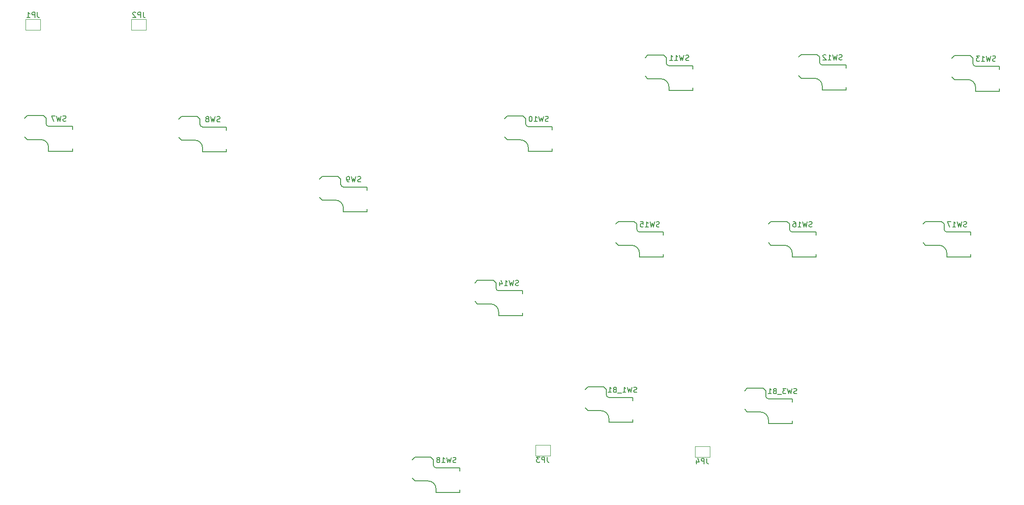
<source format=gbo>
%TF.GenerationSoftware,KiCad,Pcbnew,7.0.5*%
%TF.CreationDate,2023-08-12T18:11:27-04:00*%
%TF.ProjectId,Flatbox-rev5B,466c6174-626f-4782-9d72-657635422e6b,rev?*%
%TF.SameCoordinates,Original*%
%TF.FileFunction,Legend,Bot*%
%TF.FilePolarity,Positive*%
%FSLAX46Y46*%
G04 Gerber Fmt 4.6, Leading zero omitted, Abs format (unit mm)*
G04 Created by KiCad (PCBNEW 7.0.5) date 2023-08-12 18:11:27*
%MOMM*%
%LPD*%
G01*
G04 APERTURE LIST*
%ADD10C,0.150000*%
%ADD11C,0.120000*%
%ADD12C,1.701800*%
%ADD13C,3.000000*%
%ADD14C,3.429000*%
%ADD15R,2.600000X2.600000*%
%ADD16C,2.032000*%
%ADD17C,6.400000*%
%ADD18C,2.000000*%
%ADD19R,1.000000X1.500000*%
G04 APERTURE END LIST*
D10*
X93098332Y-57957200D02*
X92955475Y-58004819D01*
X92955475Y-58004819D02*
X92717380Y-58004819D01*
X92717380Y-58004819D02*
X92622142Y-57957200D01*
X92622142Y-57957200D02*
X92574523Y-57909580D01*
X92574523Y-57909580D02*
X92526904Y-57814342D01*
X92526904Y-57814342D02*
X92526904Y-57719104D01*
X92526904Y-57719104D02*
X92574523Y-57623866D01*
X92574523Y-57623866D02*
X92622142Y-57576247D01*
X92622142Y-57576247D02*
X92717380Y-57528628D01*
X92717380Y-57528628D02*
X92907856Y-57481009D01*
X92907856Y-57481009D02*
X93003094Y-57433390D01*
X93003094Y-57433390D02*
X93050713Y-57385771D01*
X93050713Y-57385771D02*
X93098332Y-57290533D01*
X93098332Y-57290533D02*
X93098332Y-57195295D01*
X93098332Y-57195295D02*
X93050713Y-57100057D01*
X93050713Y-57100057D02*
X93003094Y-57052438D01*
X93003094Y-57052438D02*
X92907856Y-57004819D01*
X92907856Y-57004819D02*
X92669761Y-57004819D01*
X92669761Y-57004819D02*
X92526904Y-57052438D01*
X92193570Y-57004819D02*
X91955475Y-58004819D01*
X91955475Y-58004819D02*
X91764999Y-57290533D01*
X91764999Y-57290533D02*
X91574523Y-58004819D01*
X91574523Y-58004819D02*
X91336428Y-57004819D01*
X90812618Y-57433390D02*
X90907856Y-57385771D01*
X90907856Y-57385771D02*
X90955475Y-57338152D01*
X90955475Y-57338152D02*
X91003094Y-57242914D01*
X91003094Y-57242914D02*
X91003094Y-57195295D01*
X91003094Y-57195295D02*
X90955475Y-57100057D01*
X90955475Y-57100057D02*
X90907856Y-57052438D01*
X90907856Y-57052438D02*
X90812618Y-57004819D01*
X90812618Y-57004819D02*
X90622142Y-57004819D01*
X90622142Y-57004819D02*
X90526904Y-57052438D01*
X90526904Y-57052438D02*
X90479285Y-57100057D01*
X90479285Y-57100057D02*
X90431666Y-57195295D01*
X90431666Y-57195295D02*
X90431666Y-57242914D01*
X90431666Y-57242914D02*
X90479285Y-57338152D01*
X90479285Y-57338152D02*
X90526904Y-57385771D01*
X90526904Y-57385771D02*
X90622142Y-57433390D01*
X90622142Y-57433390D02*
X90812618Y-57433390D01*
X90812618Y-57433390D02*
X90907856Y-57481009D01*
X90907856Y-57481009D02*
X90955475Y-57528628D01*
X90955475Y-57528628D02*
X91003094Y-57623866D01*
X91003094Y-57623866D02*
X91003094Y-57814342D01*
X91003094Y-57814342D02*
X90955475Y-57909580D01*
X90955475Y-57909580D02*
X90907856Y-57957200D01*
X90907856Y-57957200D02*
X90812618Y-58004819D01*
X90812618Y-58004819D02*
X90622142Y-58004819D01*
X90622142Y-58004819D02*
X90526904Y-57957200D01*
X90526904Y-57957200D02*
X90479285Y-57909580D01*
X90479285Y-57909580D02*
X90431666Y-57814342D01*
X90431666Y-57814342D02*
X90431666Y-57623866D01*
X90431666Y-57623866D02*
X90479285Y-57528628D01*
X90479285Y-57528628D02*
X90526904Y-57481009D01*
X90526904Y-57481009D02*
X90622142Y-57433390D01*
X119698332Y-69307200D02*
X119555475Y-69354819D01*
X119555475Y-69354819D02*
X119317380Y-69354819D01*
X119317380Y-69354819D02*
X119222142Y-69307200D01*
X119222142Y-69307200D02*
X119174523Y-69259580D01*
X119174523Y-69259580D02*
X119126904Y-69164342D01*
X119126904Y-69164342D02*
X119126904Y-69069104D01*
X119126904Y-69069104D02*
X119174523Y-68973866D01*
X119174523Y-68973866D02*
X119222142Y-68926247D01*
X119222142Y-68926247D02*
X119317380Y-68878628D01*
X119317380Y-68878628D02*
X119507856Y-68831009D01*
X119507856Y-68831009D02*
X119603094Y-68783390D01*
X119603094Y-68783390D02*
X119650713Y-68735771D01*
X119650713Y-68735771D02*
X119698332Y-68640533D01*
X119698332Y-68640533D02*
X119698332Y-68545295D01*
X119698332Y-68545295D02*
X119650713Y-68450057D01*
X119650713Y-68450057D02*
X119603094Y-68402438D01*
X119603094Y-68402438D02*
X119507856Y-68354819D01*
X119507856Y-68354819D02*
X119269761Y-68354819D01*
X119269761Y-68354819D02*
X119126904Y-68402438D01*
X118793570Y-68354819D02*
X118555475Y-69354819D01*
X118555475Y-69354819D02*
X118364999Y-68640533D01*
X118364999Y-68640533D02*
X118174523Y-69354819D01*
X118174523Y-69354819D02*
X117936428Y-68354819D01*
X117507856Y-69354819D02*
X117317380Y-69354819D01*
X117317380Y-69354819D02*
X117222142Y-69307200D01*
X117222142Y-69307200D02*
X117174523Y-69259580D01*
X117174523Y-69259580D02*
X117079285Y-69116723D01*
X117079285Y-69116723D02*
X117031666Y-68926247D01*
X117031666Y-68926247D02*
X117031666Y-68545295D01*
X117031666Y-68545295D02*
X117079285Y-68450057D01*
X117079285Y-68450057D02*
X117126904Y-68402438D01*
X117126904Y-68402438D02*
X117222142Y-68354819D01*
X117222142Y-68354819D02*
X117412618Y-68354819D01*
X117412618Y-68354819D02*
X117507856Y-68402438D01*
X117507856Y-68402438D02*
X117555475Y-68450057D01*
X117555475Y-68450057D02*
X117603094Y-68545295D01*
X117603094Y-68545295D02*
X117603094Y-68783390D01*
X117603094Y-68783390D02*
X117555475Y-68878628D01*
X117555475Y-68878628D02*
X117507856Y-68926247D01*
X117507856Y-68926247D02*
X117412618Y-68973866D01*
X117412618Y-68973866D02*
X117222142Y-68973866D01*
X117222142Y-68973866D02*
X117126904Y-68926247D01*
X117126904Y-68926247D02*
X117079285Y-68878628D01*
X117079285Y-68878628D02*
X117031666Y-68783390D01*
X137674523Y-122407200D02*
X137531666Y-122454819D01*
X137531666Y-122454819D02*
X137293571Y-122454819D01*
X137293571Y-122454819D02*
X137198333Y-122407200D01*
X137198333Y-122407200D02*
X137150714Y-122359580D01*
X137150714Y-122359580D02*
X137103095Y-122264342D01*
X137103095Y-122264342D02*
X137103095Y-122169104D01*
X137103095Y-122169104D02*
X137150714Y-122073866D01*
X137150714Y-122073866D02*
X137198333Y-122026247D01*
X137198333Y-122026247D02*
X137293571Y-121978628D01*
X137293571Y-121978628D02*
X137484047Y-121931009D01*
X137484047Y-121931009D02*
X137579285Y-121883390D01*
X137579285Y-121883390D02*
X137626904Y-121835771D01*
X137626904Y-121835771D02*
X137674523Y-121740533D01*
X137674523Y-121740533D02*
X137674523Y-121645295D01*
X137674523Y-121645295D02*
X137626904Y-121550057D01*
X137626904Y-121550057D02*
X137579285Y-121502438D01*
X137579285Y-121502438D02*
X137484047Y-121454819D01*
X137484047Y-121454819D02*
X137245952Y-121454819D01*
X137245952Y-121454819D02*
X137103095Y-121502438D01*
X136769761Y-121454819D02*
X136531666Y-122454819D01*
X136531666Y-122454819D02*
X136341190Y-121740533D01*
X136341190Y-121740533D02*
X136150714Y-122454819D01*
X136150714Y-122454819D02*
X135912619Y-121454819D01*
X135007857Y-122454819D02*
X135579285Y-122454819D01*
X135293571Y-122454819D02*
X135293571Y-121454819D01*
X135293571Y-121454819D02*
X135388809Y-121597676D01*
X135388809Y-121597676D02*
X135484047Y-121692914D01*
X135484047Y-121692914D02*
X135579285Y-121740533D01*
X134436428Y-121883390D02*
X134531666Y-121835771D01*
X134531666Y-121835771D02*
X134579285Y-121788152D01*
X134579285Y-121788152D02*
X134626904Y-121692914D01*
X134626904Y-121692914D02*
X134626904Y-121645295D01*
X134626904Y-121645295D02*
X134579285Y-121550057D01*
X134579285Y-121550057D02*
X134531666Y-121502438D01*
X134531666Y-121502438D02*
X134436428Y-121454819D01*
X134436428Y-121454819D02*
X134245952Y-121454819D01*
X134245952Y-121454819D02*
X134150714Y-121502438D01*
X134150714Y-121502438D02*
X134103095Y-121550057D01*
X134103095Y-121550057D02*
X134055476Y-121645295D01*
X134055476Y-121645295D02*
X134055476Y-121692914D01*
X134055476Y-121692914D02*
X134103095Y-121788152D01*
X134103095Y-121788152D02*
X134150714Y-121835771D01*
X134150714Y-121835771D02*
X134245952Y-121883390D01*
X134245952Y-121883390D02*
X134436428Y-121883390D01*
X134436428Y-121883390D02*
X134531666Y-121931009D01*
X134531666Y-121931009D02*
X134579285Y-121978628D01*
X134579285Y-121978628D02*
X134626904Y-122073866D01*
X134626904Y-122073866D02*
X134626904Y-122264342D01*
X134626904Y-122264342D02*
X134579285Y-122359580D01*
X134579285Y-122359580D02*
X134531666Y-122407200D01*
X134531666Y-122407200D02*
X134436428Y-122454819D01*
X134436428Y-122454819D02*
X134245952Y-122454819D01*
X134245952Y-122454819D02*
X134150714Y-122407200D01*
X134150714Y-122407200D02*
X134103095Y-122359580D01*
X134103095Y-122359580D02*
X134055476Y-122264342D01*
X134055476Y-122264342D02*
X134055476Y-122073866D01*
X134055476Y-122073866D02*
X134103095Y-121978628D01*
X134103095Y-121978628D02*
X134150714Y-121931009D01*
X134150714Y-121931009D02*
X134245952Y-121883390D01*
X155114523Y-57897200D02*
X154971666Y-57944819D01*
X154971666Y-57944819D02*
X154733571Y-57944819D01*
X154733571Y-57944819D02*
X154638333Y-57897200D01*
X154638333Y-57897200D02*
X154590714Y-57849580D01*
X154590714Y-57849580D02*
X154543095Y-57754342D01*
X154543095Y-57754342D02*
X154543095Y-57659104D01*
X154543095Y-57659104D02*
X154590714Y-57563866D01*
X154590714Y-57563866D02*
X154638333Y-57516247D01*
X154638333Y-57516247D02*
X154733571Y-57468628D01*
X154733571Y-57468628D02*
X154924047Y-57421009D01*
X154924047Y-57421009D02*
X155019285Y-57373390D01*
X155019285Y-57373390D02*
X155066904Y-57325771D01*
X155066904Y-57325771D02*
X155114523Y-57230533D01*
X155114523Y-57230533D02*
X155114523Y-57135295D01*
X155114523Y-57135295D02*
X155066904Y-57040057D01*
X155066904Y-57040057D02*
X155019285Y-56992438D01*
X155019285Y-56992438D02*
X154924047Y-56944819D01*
X154924047Y-56944819D02*
X154685952Y-56944819D01*
X154685952Y-56944819D02*
X154543095Y-56992438D01*
X154209761Y-56944819D02*
X153971666Y-57944819D01*
X153971666Y-57944819D02*
X153781190Y-57230533D01*
X153781190Y-57230533D02*
X153590714Y-57944819D01*
X153590714Y-57944819D02*
X153352619Y-56944819D01*
X152447857Y-57944819D02*
X153019285Y-57944819D01*
X152733571Y-57944819D02*
X152733571Y-56944819D01*
X152733571Y-56944819D02*
X152828809Y-57087676D01*
X152828809Y-57087676D02*
X152924047Y-57182914D01*
X152924047Y-57182914D02*
X153019285Y-57230533D01*
X151828809Y-56944819D02*
X151733571Y-56944819D01*
X151733571Y-56944819D02*
X151638333Y-56992438D01*
X151638333Y-56992438D02*
X151590714Y-57040057D01*
X151590714Y-57040057D02*
X151543095Y-57135295D01*
X151543095Y-57135295D02*
X151495476Y-57325771D01*
X151495476Y-57325771D02*
X151495476Y-57563866D01*
X151495476Y-57563866D02*
X151543095Y-57754342D01*
X151543095Y-57754342D02*
X151590714Y-57849580D01*
X151590714Y-57849580D02*
X151638333Y-57897200D01*
X151638333Y-57897200D02*
X151733571Y-57944819D01*
X151733571Y-57944819D02*
X151828809Y-57944819D01*
X151828809Y-57944819D02*
X151924047Y-57897200D01*
X151924047Y-57897200D02*
X151971666Y-57849580D01*
X151971666Y-57849580D02*
X152019285Y-57754342D01*
X152019285Y-57754342D02*
X152066904Y-57563866D01*
X152066904Y-57563866D02*
X152066904Y-57325771D01*
X152066904Y-57325771D02*
X152019285Y-57135295D01*
X152019285Y-57135295D02*
X151971666Y-57040057D01*
X151971666Y-57040057D02*
X151924047Y-56992438D01*
X151924047Y-56992438D02*
X151828809Y-56944819D01*
X181674523Y-46367200D02*
X181531666Y-46414819D01*
X181531666Y-46414819D02*
X181293571Y-46414819D01*
X181293571Y-46414819D02*
X181198333Y-46367200D01*
X181198333Y-46367200D02*
X181150714Y-46319580D01*
X181150714Y-46319580D02*
X181103095Y-46224342D01*
X181103095Y-46224342D02*
X181103095Y-46129104D01*
X181103095Y-46129104D02*
X181150714Y-46033866D01*
X181150714Y-46033866D02*
X181198333Y-45986247D01*
X181198333Y-45986247D02*
X181293571Y-45938628D01*
X181293571Y-45938628D02*
X181484047Y-45891009D01*
X181484047Y-45891009D02*
X181579285Y-45843390D01*
X181579285Y-45843390D02*
X181626904Y-45795771D01*
X181626904Y-45795771D02*
X181674523Y-45700533D01*
X181674523Y-45700533D02*
X181674523Y-45605295D01*
X181674523Y-45605295D02*
X181626904Y-45510057D01*
X181626904Y-45510057D02*
X181579285Y-45462438D01*
X181579285Y-45462438D02*
X181484047Y-45414819D01*
X181484047Y-45414819D02*
X181245952Y-45414819D01*
X181245952Y-45414819D02*
X181103095Y-45462438D01*
X180769761Y-45414819D02*
X180531666Y-46414819D01*
X180531666Y-46414819D02*
X180341190Y-45700533D01*
X180341190Y-45700533D02*
X180150714Y-46414819D01*
X180150714Y-46414819D02*
X179912619Y-45414819D01*
X179007857Y-46414819D02*
X179579285Y-46414819D01*
X179293571Y-46414819D02*
X179293571Y-45414819D01*
X179293571Y-45414819D02*
X179388809Y-45557676D01*
X179388809Y-45557676D02*
X179484047Y-45652914D01*
X179484047Y-45652914D02*
X179579285Y-45700533D01*
X178055476Y-46414819D02*
X178626904Y-46414819D01*
X178341190Y-46414819D02*
X178341190Y-45414819D01*
X178341190Y-45414819D02*
X178436428Y-45557676D01*
X178436428Y-45557676D02*
X178531666Y-45652914D01*
X178531666Y-45652914D02*
X178626904Y-45700533D01*
X210644523Y-46247200D02*
X210501666Y-46294819D01*
X210501666Y-46294819D02*
X210263571Y-46294819D01*
X210263571Y-46294819D02*
X210168333Y-46247200D01*
X210168333Y-46247200D02*
X210120714Y-46199580D01*
X210120714Y-46199580D02*
X210073095Y-46104342D01*
X210073095Y-46104342D02*
X210073095Y-46009104D01*
X210073095Y-46009104D02*
X210120714Y-45913866D01*
X210120714Y-45913866D02*
X210168333Y-45866247D01*
X210168333Y-45866247D02*
X210263571Y-45818628D01*
X210263571Y-45818628D02*
X210454047Y-45771009D01*
X210454047Y-45771009D02*
X210549285Y-45723390D01*
X210549285Y-45723390D02*
X210596904Y-45675771D01*
X210596904Y-45675771D02*
X210644523Y-45580533D01*
X210644523Y-45580533D02*
X210644523Y-45485295D01*
X210644523Y-45485295D02*
X210596904Y-45390057D01*
X210596904Y-45390057D02*
X210549285Y-45342438D01*
X210549285Y-45342438D02*
X210454047Y-45294819D01*
X210454047Y-45294819D02*
X210215952Y-45294819D01*
X210215952Y-45294819D02*
X210073095Y-45342438D01*
X209739761Y-45294819D02*
X209501666Y-46294819D01*
X209501666Y-46294819D02*
X209311190Y-45580533D01*
X209311190Y-45580533D02*
X209120714Y-46294819D01*
X209120714Y-46294819D02*
X208882619Y-45294819D01*
X207977857Y-46294819D02*
X208549285Y-46294819D01*
X208263571Y-46294819D02*
X208263571Y-45294819D01*
X208263571Y-45294819D02*
X208358809Y-45437676D01*
X208358809Y-45437676D02*
X208454047Y-45532914D01*
X208454047Y-45532914D02*
X208549285Y-45580533D01*
X207596904Y-45390057D02*
X207549285Y-45342438D01*
X207549285Y-45342438D02*
X207454047Y-45294819D01*
X207454047Y-45294819D02*
X207215952Y-45294819D01*
X207215952Y-45294819D02*
X207120714Y-45342438D01*
X207120714Y-45342438D02*
X207073095Y-45390057D01*
X207073095Y-45390057D02*
X207025476Y-45485295D01*
X207025476Y-45485295D02*
X207025476Y-45580533D01*
X207025476Y-45580533D02*
X207073095Y-45723390D01*
X207073095Y-45723390D02*
X207644523Y-46294819D01*
X207644523Y-46294819D02*
X207025476Y-46294819D01*
X239614523Y-46487200D02*
X239471666Y-46534819D01*
X239471666Y-46534819D02*
X239233571Y-46534819D01*
X239233571Y-46534819D02*
X239138333Y-46487200D01*
X239138333Y-46487200D02*
X239090714Y-46439580D01*
X239090714Y-46439580D02*
X239043095Y-46344342D01*
X239043095Y-46344342D02*
X239043095Y-46249104D01*
X239043095Y-46249104D02*
X239090714Y-46153866D01*
X239090714Y-46153866D02*
X239138333Y-46106247D01*
X239138333Y-46106247D02*
X239233571Y-46058628D01*
X239233571Y-46058628D02*
X239424047Y-46011009D01*
X239424047Y-46011009D02*
X239519285Y-45963390D01*
X239519285Y-45963390D02*
X239566904Y-45915771D01*
X239566904Y-45915771D02*
X239614523Y-45820533D01*
X239614523Y-45820533D02*
X239614523Y-45725295D01*
X239614523Y-45725295D02*
X239566904Y-45630057D01*
X239566904Y-45630057D02*
X239519285Y-45582438D01*
X239519285Y-45582438D02*
X239424047Y-45534819D01*
X239424047Y-45534819D02*
X239185952Y-45534819D01*
X239185952Y-45534819D02*
X239043095Y-45582438D01*
X238709761Y-45534819D02*
X238471666Y-46534819D01*
X238471666Y-46534819D02*
X238281190Y-45820533D01*
X238281190Y-45820533D02*
X238090714Y-46534819D01*
X238090714Y-46534819D02*
X237852619Y-45534819D01*
X236947857Y-46534819D02*
X237519285Y-46534819D01*
X237233571Y-46534819D02*
X237233571Y-45534819D01*
X237233571Y-45534819D02*
X237328809Y-45677676D01*
X237328809Y-45677676D02*
X237424047Y-45772914D01*
X237424047Y-45772914D02*
X237519285Y-45820533D01*
X236614523Y-45534819D02*
X235995476Y-45534819D01*
X235995476Y-45534819D02*
X236328809Y-45915771D01*
X236328809Y-45915771D02*
X236185952Y-45915771D01*
X236185952Y-45915771D02*
X236090714Y-45963390D01*
X236090714Y-45963390D02*
X236043095Y-46011009D01*
X236043095Y-46011009D02*
X235995476Y-46106247D01*
X235995476Y-46106247D02*
X235995476Y-46344342D01*
X235995476Y-46344342D02*
X236043095Y-46439580D01*
X236043095Y-46439580D02*
X236090714Y-46487200D01*
X236090714Y-46487200D02*
X236185952Y-46534819D01*
X236185952Y-46534819D02*
X236471666Y-46534819D01*
X236471666Y-46534819D02*
X236566904Y-46487200D01*
X236566904Y-46487200D02*
X236614523Y-46439580D01*
X149504523Y-88937200D02*
X149361666Y-88984819D01*
X149361666Y-88984819D02*
X149123571Y-88984819D01*
X149123571Y-88984819D02*
X149028333Y-88937200D01*
X149028333Y-88937200D02*
X148980714Y-88889580D01*
X148980714Y-88889580D02*
X148933095Y-88794342D01*
X148933095Y-88794342D02*
X148933095Y-88699104D01*
X148933095Y-88699104D02*
X148980714Y-88603866D01*
X148980714Y-88603866D02*
X149028333Y-88556247D01*
X149028333Y-88556247D02*
X149123571Y-88508628D01*
X149123571Y-88508628D02*
X149314047Y-88461009D01*
X149314047Y-88461009D02*
X149409285Y-88413390D01*
X149409285Y-88413390D02*
X149456904Y-88365771D01*
X149456904Y-88365771D02*
X149504523Y-88270533D01*
X149504523Y-88270533D02*
X149504523Y-88175295D01*
X149504523Y-88175295D02*
X149456904Y-88080057D01*
X149456904Y-88080057D02*
X149409285Y-88032438D01*
X149409285Y-88032438D02*
X149314047Y-87984819D01*
X149314047Y-87984819D02*
X149075952Y-87984819D01*
X149075952Y-87984819D02*
X148933095Y-88032438D01*
X148599761Y-87984819D02*
X148361666Y-88984819D01*
X148361666Y-88984819D02*
X148171190Y-88270533D01*
X148171190Y-88270533D02*
X147980714Y-88984819D01*
X147980714Y-88984819D02*
X147742619Y-87984819D01*
X146837857Y-88984819D02*
X147409285Y-88984819D01*
X147123571Y-88984819D02*
X147123571Y-87984819D01*
X147123571Y-87984819D02*
X147218809Y-88127676D01*
X147218809Y-88127676D02*
X147314047Y-88222914D01*
X147314047Y-88222914D02*
X147409285Y-88270533D01*
X145980714Y-88318152D02*
X145980714Y-88984819D01*
X146218809Y-87937200D02*
X146456904Y-88651485D01*
X146456904Y-88651485D02*
X145837857Y-88651485D01*
X176114523Y-77827200D02*
X175971666Y-77874819D01*
X175971666Y-77874819D02*
X175733571Y-77874819D01*
X175733571Y-77874819D02*
X175638333Y-77827200D01*
X175638333Y-77827200D02*
X175590714Y-77779580D01*
X175590714Y-77779580D02*
X175543095Y-77684342D01*
X175543095Y-77684342D02*
X175543095Y-77589104D01*
X175543095Y-77589104D02*
X175590714Y-77493866D01*
X175590714Y-77493866D02*
X175638333Y-77446247D01*
X175638333Y-77446247D02*
X175733571Y-77398628D01*
X175733571Y-77398628D02*
X175924047Y-77351009D01*
X175924047Y-77351009D02*
X176019285Y-77303390D01*
X176019285Y-77303390D02*
X176066904Y-77255771D01*
X176066904Y-77255771D02*
X176114523Y-77160533D01*
X176114523Y-77160533D02*
X176114523Y-77065295D01*
X176114523Y-77065295D02*
X176066904Y-76970057D01*
X176066904Y-76970057D02*
X176019285Y-76922438D01*
X176019285Y-76922438D02*
X175924047Y-76874819D01*
X175924047Y-76874819D02*
X175685952Y-76874819D01*
X175685952Y-76874819D02*
X175543095Y-76922438D01*
X175209761Y-76874819D02*
X174971666Y-77874819D01*
X174971666Y-77874819D02*
X174781190Y-77160533D01*
X174781190Y-77160533D02*
X174590714Y-77874819D01*
X174590714Y-77874819D02*
X174352619Y-76874819D01*
X173447857Y-77874819D02*
X174019285Y-77874819D01*
X173733571Y-77874819D02*
X173733571Y-76874819D01*
X173733571Y-76874819D02*
X173828809Y-77017676D01*
X173828809Y-77017676D02*
X173924047Y-77112914D01*
X173924047Y-77112914D02*
X174019285Y-77160533D01*
X172543095Y-76874819D02*
X173019285Y-76874819D01*
X173019285Y-76874819D02*
X173066904Y-77351009D01*
X173066904Y-77351009D02*
X173019285Y-77303390D01*
X173019285Y-77303390D02*
X172924047Y-77255771D01*
X172924047Y-77255771D02*
X172685952Y-77255771D01*
X172685952Y-77255771D02*
X172590714Y-77303390D01*
X172590714Y-77303390D02*
X172543095Y-77351009D01*
X172543095Y-77351009D02*
X172495476Y-77446247D01*
X172495476Y-77446247D02*
X172495476Y-77684342D01*
X172495476Y-77684342D02*
X172543095Y-77779580D01*
X172543095Y-77779580D02*
X172590714Y-77827200D01*
X172590714Y-77827200D02*
X172685952Y-77874819D01*
X172685952Y-77874819D02*
X172924047Y-77874819D01*
X172924047Y-77874819D02*
X173019285Y-77827200D01*
X173019285Y-77827200D02*
X173066904Y-77779580D01*
X204964523Y-77827200D02*
X204821666Y-77874819D01*
X204821666Y-77874819D02*
X204583571Y-77874819D01*
X204583571Y-77874819D02*
X204488333Y-77827200D01*
X204488333Y-77827200D02*
X204440714Y-77779580D01*
X204440714Y-77779580D02*
X204393095Y-77684342D01*
X204393095Y-77684342D02*
X204393095Y-77589104D01*
X204393095Y-77589104D02*
X204440714Y-77493866D01*
X204440714Y-77493866D02*
X204488333Y-77446247D01*
X204488333Y-77446247D02*
X204583571Y-77398628D01*
X204583571Y-77398628D02*
X204774047Y-77351009D01*
X204774047Y-77351009D02*
X204869285Y-77303390D01*
X204869285Y-77303390D02*
X204916904Y-77255771D01*
X204916904Y-77255771D02*
X204964523Y-77160533D01*
X204964523Y-77160533D02*
X204964523Y-77065295D01*
X204964523Y-77065295D02*
X204916904Y-76970057D01*
X204916904Y-76970057D02*
X204869285Y-76922438D01*
X204869285Y-76922438D02*
X204774047Y-76874819D01*
X204774047Y-76874819D02*
X204535952Y-76874819D01*
X204535952Y-76874819D02*
X204393095Y-76922438D01*
X204059761Y-76874819D02*
X203821666Y-77874819D01*
X203821666Y-77874819D02*
X203631190Y-77160533D01*
X203631190Y-77160533D02*
X203440714Y-77874819D01*
X203440714Y-77874819D02*
X203202619Y-76874819D01*
X202297857Y-77874819D02*
X202869285Y-77874819D01*
X202583571Y-77874819D02*
X202583571Y-76874819D01*
X202583571Y-76874819D02*
X202678809Y-77017676D01*
X202678809Y-77017676D02*
X202774047Y-77112914D01*
X202774047Y-77112914D02*
X202869285Y-77160533D01*
X201440714Y-76874819D02*
X201631190Y-76874819D01*
X201631190Y-76874819D02*
X201726428Y-76922438D01*
X201726428Y-76922438D02*
X201774047Y-76970057D01*
X201774047Y-76970057D02*
X201869285Y-77112914D01*
X201869285Y-77112914D02*
X201916904Y-77303390D01*
X201916904Y-77303390D02*
X201916904Y-77684342D01*
X201916904Y-77684342D02*
X201869285Y-77779580D01*
X201869285Y-77779580D02*
X201821666Y-77827200D01*
X201821666Y-77827200D02*
X201726428Y-77874819D01*
X201726428Y-77874819D02*
X201535952Y-77874819D01*
X201535952Y-77874819D02*
X201440714Y-77827200D01*
X201440714Y-77827200D02*
X201393095Y-77779580D01*
X201393095Y-77779580D02*
X201345476Y-77684342D01*
X201345476Y-77684342D02*
X201345476Y-77446247D01*
X201345476Y-77446247D02*
X201393095Y-77351009D01*
X201393095Y-77351009D02*
X201440714Y-77303390D01*
X201440714Y-77303390D02*
X201535952Y-77255771D01*
X201535952Y-77255771D02*
X201726428Y-77255771D01*
X201726428Y-77255771D02*
X201821666Y-77303390D01*
X201821666Y-77303390D02*
X201869285Y-77351009D01*
X201869285Y-77351009D02*
X201916904Y-77446247D01*
X234174523Y-77827200D02*
X234031666Y-77874819D01*
X234031666Y-77874819D02*
X233793571Y-77874819D01*
X233793571Y-77874819D02*
X233698333Y-77827200D01*
X233698333Y-77827200D02*
X233650714Y-77779580D01*
X233650714Y-77779580D02*
X233603095Y-77684342D01*
X233603095Y-77684342D02*
X233603095Y-77589104D01*
X233603095Y-77589104D02*
X233650714Y-77493866D01*
X233650714Y-77493866D02*
X233698333Y-77446247D01*
X233698333Y-77446247D02*
X233793571Y-77398628D01*
X233793571Y-77398628D02*
X233984047Y-77351009D01*
X233984047Y-77351009D02*
X234079285Y-77303390D01*
X234079285Y-77303390D02*
X234126904Y-77255771D01*
X234126904Y-77255771D02*
X234174523Y-77160533D01*
X234174523Y-77160533D02*
X234174523Y-77065295D01*
X234174523Y-77065295D02*
X234126904Y-76970057D01*
X234126904Y-76970057D02*
X234079285Y-76922438D01*
X234079285Y-76922438D02*
X233984047Y-76874819D01*
X233984047Y-76874819D02*
X233745952Y-76874819D01*
X233745952Y-76874819D02*
X233603095Y-76922438D01*
X233269761Y-76874819D02*
X233031666Y-77874819D01*
X233031666Y-77874819D02*
X232841190Y-77160533D01*
X232841190Y-77160533D02*
X232650714Y-77874819D01*
X232650714Y-77874819D02*
X232412619Y-76874819D01*
X231507857Y-77874819D02*
X232079285Y-77874819D01*
X231793571Y-77874819D02*
X231793571Y-76874819D01*
X231793571Y-76874819D02*
X231888809Y-77017676D01*
X231888809Y-77017676D02*
X231984047Y-77112914D01*
X231984047Y-77112914D02*
X232079285Y-77160533D01*
X231174523Y-76874819D02*
X230507857Y-76874819D01*
X230507857Y-76874819D02*
X230936428Y-77874819D01*
X64003332Y-57837200D02*
X63860475Y-57884819D01*
X63860475Y-57884819D02*
X63622380Y-57884819D01*
X63622380Y-57884819D02*
X63527142Y-57837200D01*
X63527142Y-57837200D02*
X63479523Y-57789580D01*
X63479523Y-57789580D02*
X63431904Y-57694342D01*
X63431904Y-57694342D02*
X63431904Y-57599104D01*
X63431904Y-57599104D02*
X63479523Y-57503866D01*
X63479523Y-57503866D02*
X63527142Y-57456247D01*
X63527142Y-57456247D02*
X63622380Y-57408628D01*
X63622380Y-57408628D02*
X63812856Y-57361009D01*
X63812856Y-57361009D02*
X63908094Y-57313390D01*
X63908094Y-57313390D02*
X63955713Y-57265771D01*
X63955713Y-57265771D02*
X64003332Y-57170533D01*
X64003332Y-57170533D02*
X64003332Y-57075295D01*
X64003332Y-57075295D02*
X63955713Y-56980057D01*
X63955713Y-56980057D02*
X63908094Y-56932438D01*
X63908094Y-56932438D02*
X63812856Y-56884819D01*
X63812856Y-56884819D02*
X63574761Y-56884819D01*
X63574761Y-56884819D02*
X63431904Y-56932438D01*
X63098570Y-56884819D02*
X62860475Y-57884819D01*
X62860475Y-57884819D02*
X62669999Y-57170533D01*
X62669999Y-57170533D02*
X62479523Y-57884819D01*
X62479523Y-57884819D02*
X62241428Y-56884819D01*
X61955713Y-56884819D02*
X61289047Y-56884819D01*
X61289047Y-56884819D02*
X61717618Y-57884819D01*
X171854475Y-109119200D02*
X171711618Y-109166819D01*
X171711618Y-109166819D02*
X171473523Y-109166819D01*
X171473523Y-109166819D02*
X171378285Y-109119200D01*
X171378285Y-109119200D02*
X171330666Y-109071580D01*
X171330666Y-109071580D02*
X171283047Y-108976342D01*
X171283047Y-108976342D02*
X171283047Y-108881104D01*
X171283047Y-108881104D02*
X171330666Y-108785866D01*
X171330666Y-108785866D02*
X171378285Y-108738247D01*
X171378285Y-108738247D02*
X171473523Y-108690628D01*
X171473523Y-108690628D02*
X171663999Y-108643009D01*
X171663999Y-108643009D02*
X171759237Y-108595390D01*
X171759237Y-108595390D02*
X171806856Y-108547771D01*
X171806856Y-108547771D02*
X171854475Y-108452533D01*
X171854475Y-108452533D02*
X171854475Y-108357295D01*
X171854475Y-108357295D02*
X171806856Y-108262057D01*
X171806856Y-108262057D02*
X171759237Y-108214438D01*
X171759237Y-108214438D02*
X171663999Y-108166819D01*
X171663999Y-108166819D02*
X171425904Y-108166819D01*
X171425904Y-108166819D02*
X171283047Y-108214438D01*
X170949713Y-108166819D02*
X170711618Y-109166819D01*
X170711618Y-109166819D02*
X170521142Y-108452533D01*
X170521142Y-108452533D02*
X170330666Y-109166819D01*
X170330666Y-109166819D02*
X170092571Y-108166819D01*
X169187809Y-109166819D02*
X169759237Y-109166819D01*
X169473523Y-109166819D02*
X169473523Y-108166819D01*
X169473523Y-108166819D02*
X169568761Y-108309676D01*
X169568761Y-108309676D02*
X169663999Y-108404914D01*
X169663999Y-108404914D02*
X169759237Y-108452533D01*
X168997333Y-109262057D02*
X168235428Y-109262057D01*
X167663999Y-108643009D02*
X167521142Y-108690628D01*
X167521142Y-108690628D02*
X167473523Y-108738247D01*
X167473523Y-108738247D02*
X167425904Y-108833485D01*
X167425904Y-108833485D02*
X167425904Y-108976342D01*
X167425904Y-108976342D02*
X167473523Y-109071580D01*
X167473523Y-109071580D02*
X167521142Y-109119200D01*
X167521142Y-109119200D02*
X167616380Y-109166819D01*
X167616380Y-109166819D02*
X167997332Y-109166819D01*
X167997332Y-109166819D02*
X167997332Y-108166819D01*
X167997332Y-108166819D02*
X167663999Y-108166819D01*
X167663999Y-108166819D02*
X167568761Y-108214438D01*
X167568761Y-108214438D02*
X167521142Y-108262057D01*
X167521142Y-108262057D02*
X167473523Y-108357295D01*
X167473523Y-108357295D02*
X167473523Y-108452533D01*
X167473523Y-108452533D02*
X167521142Y-108547771D01*
X167521142Y-108547771D02*
X167568761Y-108595390D01*
X167568761Y-108595390D02*
X167663999Y-108643009D01*
X167663999Y-108643009D02*
X167997332Y-108643009D01*
X166473523Y-109166819D02*
X167044951Y-109166819D01*
X166759237Y-109166819D02*
X166759237Y-108166819D01*
X166759237Y-108166819D02*
X166854475Y-108309676D01*
X166854475Y-108309676D02*
X166949713Y-108404914D01*
X166949713Y-108404914D02*
X167044951Y-108452533D01*
X202080475Y-109373200D02*
X201937618Y-109420819D01*
X201937618Y-109420819D02*
X201699523Y-109420819D01*
X201699523Y-109420819D02*
X201604285Y-109373200D01*
X201604285Y-109373200D02*
X201556666Y-109325580D01*
X201556666Y-109325580D02*
X201509047Y-109230342D01*
X201509047Y-109230342D02*
X201509047Y-109135104D01*
X201509047Y-109135104D02*
X201556666Y-109039866D01*
X201556666Y-109039866D02*
X201604285Y-108992247D01*
X201604285Y-108992247D02*
X201699523Y-108944628D01*
X201699523Y-108944628D02*
X201889999Y-108897009D01*
X201889999Y-108897009D02*
X201985237Y-108849390D01*
X201985237Y-108849390D02*
X202032856Y-108801771D01*
X202032856Y-108801771D02*
X202080475Y-108706533D01*
X202080475Y-108706533D02*
X202080475Y-108611295D01*
X202080475Y-108611295D02*
X202032856Y-108516057D01*
X202032856Y-108516057D02*
X201985237Y-108468438D01*
X201985237Y-108468438D02*
X201889999Y-108420819D01*
X201889999Y-108420819D02*
X201651904Y-108420819D01*
X201651904Y-108420819D02*
X201509047Y-108468438D01*
X201175713Y-108420819D02*
X200937618Y-109420819D01*
X200937618Y-109420819D02*
X200747142Y-108706533D01*
X200747142Y-108706533D02*
X200556666Y-109420819D01*
X200556666Y-109420819D02*
X200318571Y-108420819D01*
X200032856Y-108420819D02*
X199413809Y-108420819D01*
X199413809Y-108420819D02*
X199747142Y-108801771D01*
X199747142Y-108801771D02*
X199604285Y-108801771D01*
X199604285Y-108801771D02*
X199509047Y-108849390D01*
X199509047Y-108849390D02*
X199461428Y-108897009D01*
X199461428Y-108897009D02*
X199413809Y-108992247D01*
X199413809Y-108992247D02*
X199413809Y-109230342D01*
X199413809Y-109230342D02*
X199461428Y-109325580D01*
X199461428Y-109325580D02*
X199509047Y-109373200D01*
X199509047Y-109373200D02*
X199604285Y-109420819D01*
X199604285Y-109420819D02*
X199889999Y-109420819D01*
X199889999Y-109420819D02*
X199985237Y-109373200D01*
X199985237Y-109373200D02*
X200032856Y-109325580D01*
X199223333Y-109516057D02*
X198461428Y-109516057D01*
X197889999Y-108897009D02*
X197747142Y-108944628D01*
X197747142Y-108944628D02*
X197699523Y-108992247D01*
X197699523Y-108992247D02*
X197651904Y-109087485D01*
X197651904Y-109087485D02*
X197651904Y-109230342D01*
X197651904Y-109230342D02*
X197699523Y-109325580D01*
X197699523Y-109325580D02*
X197747142Y-109373200D01*
X197747142Y-109373200D02*
X197842380Y-109420819D01*
X197842380Y-109420819D02*
X198223332Y-109420819D01*
X198223332Y-109420819D02*
X198223332Y-108420819D01*
X198223332Y-108420819D02*
X197889999Y-108420819D01*
X197889999Y-108420819D02*
X197794761Y-108468438D01*
X197794761Y-108468438D02*
X197747142Y-108516057D01*
X197747142Y-108516057D02*
X197699523Y-108611295D01*
X197699523Y-108611295D02*
X197699523Y-108706533D01*
X197699523Y-108706533D02*
X197747142Y-108801771D01*
X197747142Y-108801771D02*
X197794761Y-108849390D01*
X197794761Y-108849390D02*
X197889999Y-108897009D01*
X197889999Y-108897009D02*
X198223332Y-108897009D01*
X196699523Y-109420819D02*
X197270951Y-109420819D01*
X196985237Y-109420819D02*
X196985237Y-108420819D01*
X196985237Y-108420819D02*
X197080475Y-108563676D01*
X197080475Y-108563676D02*
X197175713Y-108658914D01*
X197175713Y-108658914D02*
X197270951Y-108706533D01*
X154917333Y-121386819D02*
X154917333Y-122101104D01*
X154917333Y-122101104D02*
X154964952Y-122243961D01*
X154964952Y-122243961D02*
X155060190Y-122339200D01*
X155060190Y-122339200D02*
X155203047Y-122386819D01*
X155203047Y-122386819D02*
X155298285Y-122386819D01*
X154441142Y-122386819D02*
X154441142Y-121386819D01*
X154441142Y-121386819D02*
X154060190Y-121386819D01*
X154060190Y-121386819D02*
X153964952Y-121434438D01*
X153964952Y-121434438D02*
X153917333Y-121482057D01*
X153917333Y-121482057D02*
X153869714Y-121577295D01*
X153869714Y-121577295D02*
X153869714Y-121720152D01*
X153869714Y-121720152D02*
X153917333Y-121815390D01*
X153917333Y-121815390D02*
X153964952Y-121863009D01*
X153964952Y-121863009D02*
X154060190Y-121910628D01*
X154060190Y-121910628D02*
X154441142Y-121910628D01*
X153536380Y-121386819D02*
X152917333Y-121386819D01*
X152917333Y-121386819D02*
X153250666Y-121767771D01*
X153250666Y-121767771D02*
X153107809Y-121767771D01*
X153107809Y-121767771D02*
X153012571Y-121815390D01*
X153012571Y-121815390D02*
X152964952Y-121863009D01*
X152964952Y-121863009D02*
X152917333Y-121958247D01*
X152917333Y-121958247D02*
X152917333Y-122196342D01*
X152917333Y-122196342D02*
X152964952Y-122291580D01*
X152964952Y-122291580D02*
X153012571Y-122339200D01*
X153012571Y-122339200D02*
X153107809Y-122386819D01*
X153107809Y-122386819D02*
X153393523Y-122386819D01*
X153393523Y-122386819D02*
X153488761Y-122339200D01*
X153488761Y-122339200D02*
X153536380Y-122291580D01*
X58603333Y-37278819D02*
X58603333Y-37993104D01*
X58603333Y-37993104D02*
X58650952Y-38135961D01*
X58650952Y-38135961D02*
X58746190Y-38231200D01*
X58746190Y-38231200D02*
X58889047Y-38278819D01*
X58889047Y-38278819D02*
X58984285Y-38278819D01*
X58127142Y-38278819D02*
X58127142Y-37278819D01*
X58127142Y-37278819D02*
X57746190Y-37278819D01*
X57746190Y-37278819D02*
X57650952Y-37326438D01*
X57650952Y-37326438D02*
X57603333Y-37374057D01*
X57603333Y-37374057D02*
X57555714Y-37469295D01*
X57555714Y-37469295D02*
X57555714Y-37612152D01*
X57555714Y-37612152D02*
X57603333Y-37707390D01*
X57603333Y-37707390D02*
X57650952Y-37755009D01*
X57650952Y-37755009D02*
X57746190Y-37802628D01*
X57746190Y-37802628D02*
X58127142Y-37802628D01*
X56603333Y-38278819D02*
X57174761Y-38278819D01*
X56889047Y-38278819D02*
X56889047Y-37278819D01*
X56889047Y-37278819D02*
X56984285Y-37421676D01*
X56984285Y-37421676D02*
X57079523Y-37516914D01*
X57079523Y-37516914D02*
X57174761Y-37564533D01*
X185051444Y-121640819D02*
X185051444Y-122355104D01*
X185051444Y-122355104D02*
X185099063Y-122497961D01*
X185099063Y-122497961D02*
X185194301Y-122593200D01*
X185194301Y-122593200D02*
X185337158Y-122640819D01*
X185337158Y-122640819D02*
X185432396Y-122640819D01*
X184575253Y-122640819D02*
X184575253Y-121640819D01*
X184575253Y-121640819D02*
X184194301Y-121640819D01*
X184194301Y-121640819D02*
X184099063Y-121688438D01*
X184099063Y-121688438D02*
X184051444Y-121736057D01*
X184051444Y-121736057D02*
X184003825Y-121831295D01*
X184003825Y-121831295D02*
X184003825Y-121974152D01*
X184003825Y-121974152D02*
X184051444Y-122069390D01*
X184051444Y-122069390D02*
X184099063Y-122117009D01*
X184099063Y-122117009D02*
X184194301Y-122164628D01*
X184194301Y-122164628D02*
X184575253Y-122164628D01*
X183146682Y-121974152D02*
X183146682Y-122640819D01*
X183384777Y-121593200D02*
X183622872Y-122307485D01*
X183622872Y-122307485D02*
X183003825Y-122307485D01*
X78603333Y-37278819D02*
X78603333Y-37993104D01*
X78603333Y-37993104D02*
X78650952Y-38135961D01*
X78650952Y-38135961D02*
X78746190Y-38231200D01*
X78746190Y-38231200D02*
X78889047Y-38278819D01*
X78889047Y-38278819D02*
X78984285Y-38278819D01*
X78127142Y-38278819D02*
X78127142Y-37278819D01*
X78127142Y-37278819D02*
X77746190Y-37278819D01*
X77746190Y-37278819D02*
X77650952Y-37326438D01*
X77650952Y-37326438D02*
X77603333Y-37374057D01*
X77603333Y-37374057D02*
X77555714Y-37469295D01*
X77555714Y-37469295D02*
X77555714Y-37612152D01*
X77555714Y-37612152D02*
X77603333Y-37707390D01*
X77603333Y-37707390D02*
X77650952Y-37755009D01*
X77650952Y-37755009D02*
X77746190Y-37802628D01*
X77746190Y-37802628D02*
X78127142Y-37802628D01*
X77174761Y-37374057D02*
X77127142Y-37326438D01*
X77127142Y-37326438D02*
X77031904Y-37278819D01*
X77031904Y-37278819D02*
X76793809Y-37278819D01*
X76793809Y-37278819D02*
X76698571Y-37326438D01*
X76698571Y-37326438D02*
X76650952Y-37374057D01*
X76650952Y-37374057D02*
X76603333Y-37469295D01*
X76603333Y-37469295D02*
X76603333Y-37564533D01*
X76603333Y-37564533D02*
X76650952Y-37707390D01*
X76650952Y-37707390D02*
X77222380Y-38278819D01*
X77222380Y-38278819D02*
X76603333Y-38278819D01*
X85320000Y-57470000D02*
X85820000Y-56970000D01*
X85320000Y-60970000D02*
X85820000Y-61470000D01*
X85820000Y-56970000D02*
X88820000Y-56970000D01*
X85820000Y-61470000D02*
X88320000Y-61470000D01*
X88820000Y-56970000D02*
X89320000Y-57470000D01*
X89320000Y-58470000D02*
X89320000Y-57470000D01*
X89820000Y-62970000D02*
X89820000Y-63670000D01*
X89820000Y-63670000D02*
X94320000Y-63670000D01*
X94320000Y-58970000D02*
X89820000Y-58970000D01*
X94320000Y-59570000D02*
X94320000Y-58970000D01*
X94320000Y-63670000D02*
X94320000Y-63170000D01*
X89820000Y-62970000D02*
G75*
G03*
X88320000Y-61470000I-1500000J0D01*
G01*
X89320000Y-58470000D02*
G75*
G03*
X89820000Y-58970000I500000J0D01*
G01*
X111920000Y-68820000D02*
X112420000Y-68320000D01*
X111920000Y-72320000D02*
X112420000Y-72820000D01*
X112420000Y-68320000D02*
X115420000Y-68320000D01*
X112420000Y-72820000D02*
X114920000Y-72820000D01*
X115420000Y-68320000D02*
X115920000Y-68820000D01*
X115920000Y-69820000D02*
X115920000Y-68820000D01*
X116420000Y-74320000D02*
X116420000Y-75020000D01*
X116420000Y-75020000D02*
X120920000Y-75020000D01*
X120920000Y-70320000D02*
X116420000Y-70320000D01*
X120920000Y-70920000D02*
X120920000Y-70320000D01*
X120920000Y-75020000D02*
X120920000Y-74520000D01*
X116420000Y-74320000D02*
G75*
G03*
X114920000Y-72820000I-1500000J0D01*
G01*
X115920000Y-69820000D02*
G75*
G03*
X116420000Y-70320000I500000J0D01*
G01*
X129420000Y-121920000D02*
X129920000Y-121420000D01*
X129420000Y-125420000D02*
X129920000Y-125920000D01*
X129920000Y-121420000D02*
X132920000Y-121420000D01*
X129920000Y-125920000D02*
X132420000Y-125920000D01*
X132920000Y-121420000D02*
X133420000Y-121920000D01*
X133420000Y-122920000D02*
X133420000Y-121920000D01*
X133920000Y-127420000D02*
X133920000Y-128120000D01*
X133920000Y-128120000D02*
X138420000Y-128120000D01*
X138420000Y-123420000D02*
X133920000Y-123420000D01*
X138420000Y-124020000D02*
X138420000Y-123420000D01*
X138420000Y-128120000D02*
X138420000Y-127620000D01*
X133920000Y-127420000D02*
G75*
G03*
X132420000Y-125920000I-1500000J0D01*
G01*
X133420000Y-122920000D02*
G75*
G03*
X133920000Y-123420000I500000J0D01*
G01*
X146860000Y-57410000D02*
X147360000Y-56910000D01*
X146860000Y-60910000D02*
X147360000Y-61410000D01*
X147360000Y-56910000D02*
X150360000Y-56910000D01*
X147360000Y-61410000D02*
X149860000Y-61410000D01*
X150360000Y-56910000D02*
X150860000Y-57410000D01*
X150860000Y-58410000D02*
X150860000Y-57410000D01*
X151360000Y-62910000D02*
X151360000Y-63610000D01*
X151360000Y-63610000D02*
X155860000Y-63610000D01*
X155860000Y-58910000D02*
X151360000Y-58910000D01*
X155860000Y-59510000D02*
X155860000Y-58910000D01*
X155860000Y-63610000D02*
X155860000Y-63110000D01*
X151360000Y-62910000D02*
G75*
G03*
X149860000Y-61410000I-1500000J0D01*
G01*
X150860000Y-58410000D02*
G75*
G03*
X151360000Y-58910000I500000J0D01*
G01*
X173420000Y-45880000D02*
X173920000Y-45380000D01*
X173420000Y-49380000D02*
X173920000Y-49880000D01*
X173920000Y-45380000D02*
X176920000Y-45380000D01*
X173920000Y-49880000D02*
X176420000Y-49880000D01*
X176920000Y-45380000D02*
X177420000Y-45880000D01*
X177420000Y-46880000D02*
X177420000Y-45880000D01*
X177920000Y-51380000D02*
X177920000Y-52080000D01*
X177920000Y-52080000D02*
X182420000Y-52080000D01*
X182420000Y-47380000D02*
X177920000Y-47380000D01*
X182420000Y-47980000D02*
X182420000Y-47380000D01*
X182420000Y-52080000D02*
X182420000Y-51580000D01*
X177920000Y-51380000D02*
G75*
G03*
X176420000Y-49880000I-1500000J0D01*
G01*
X177420000Y-46880000D02*
G75*
G03*
X177920000Y-47380000I500000J0D01*
G01*
X202390000Y-45760000D02*
X202890000Y-45260000D01*
X202390000Y-49260000D02*
X202890000Y-49760000D01*
X202890000Y-45260000D02*
X205890000Y-45260000D01*
X202890000Y-49760000D02*
X205390000Y-49760000D01*
X205890000Y-45260000D02*
X206390000Y-45760000D01*
X206390000Y-46760000D02*
X206390000Y-45760000D01*
X206890000Y-51260000D02*
X206890000Y-51960000D01*
X206890000Y-51960000D02*
X211390000Y-51960000D01*
X211390000Y-47260000D02*
X206890000Y-47260000D01*
X211390000Y-47860000D02*
X211390000Y-47260000D01*
X211390000Y-51960000D02*
X211390000Y-51460000D01*
X206890000Y-51260000D02*
G75*
G03*
X205390000Y-49760000I-1500000J0D01*
G01*
X206390000Y-46760000D02*
G75*
G03*
X206890000Y-47260000I500000J0D01*
G01*
X231360000Y-46000000D02*
X231860000Y-45500000D01*
X231360000Y-49500000D02*
X231860000Y-50000000D01*
X231860000Y-45500000D02*
X234860000Y-45500000D01*
X231860000Y-50000000D02*
X234360000Y-50000000D01*
X234860000Y-45500000D02*
X235360000Y-46000000D01*
X235360000Y-47000000D02*
X235360000Y-46000000D01*
X235860000Y-51500000D02*
X235860000Y-52200000D01*
X235860000Y-52200000D02*
X240360000Y-52200000D01*
X240360000Y-47500000D02*
X235860000Y-47500000D01*
X240360000Y-48100000D02*
X240360000Y-47500000D01*
X240360000Y-52200000D02*
X240360000Y-51700000D01*
X235860000Y-51500000D02*
G75*
G03*
X234360000Y-50000000I-1500000J0D01*
G01*
X235360000Y-47000000D02*
G75*
G03*
X235860000Y-47500000I500000J0D01*
G01*
X141250000Y-88450000D02*
X141750000Y-87950000D01*
X141250000Y-91950000D02*
X141750000Y-92450000D01*
X141750000Y-87950000D02*
X144750000Y-87950000D01*
X141750000Y-92450000D02*
X144250000Y-92450000D01*
X144750000Y-87950000D02*
X145250000Y-88450000D01*
X145250000Y-89450000D02*
X145250000Y-88450000D01*
X145750000Y-93950000D02*
X145750000Y-94650000D01*
X145750000Y-94650000D02*
X150250000Y-94650000D01*
X150250000Y-89950000D02*
X145750000Y-89950000D01*
X150250000Y-90550000D02*
X150250000Y-89950000D01*
X150250000Y-94650000D02*
X150250000Y-94150000D01*
X145750000Y-93950000D02*
G75*
G03*
X144250000Y-92450000I-1500000J0D01*
G01*
X145250000Y-89450000D02*
G75*
G03*
X145750000Y-89950000I500000J0D01*
G01*
X167860000Y-77340000D02*
X168360000Y-76840000D01*
X167860000Y-80840000D02*
X168360000Y-81340000D01*
X168360000Y-76840000D02*
X171360000Y-76840000D01*
X168360000Y-81340000D02*
X170860000Y-81340000D01*
X171360000Y-76840000D02*
X171860000Y-77340000D01*
X171860000Y-78340000D02*
X171860000Y-77340000D01*
X172360000Y-82840000D02*
X172360000Y-83540000D01*
X172360000Y-83540000D02*
X176860000Y-83540000D01*
X176860000Y-78840000D02*
X172360000Y-78840000D01*
X176860000Y-79440000D02*
X176860000Y-78840000D01*
X176860000Y-83540000D02*
X176860000Y-83040000D01*
X172360000Y-82840000D02*
G75*
G03*
X170860000Y-81340000I-1500000J0D01*
G01*
X171860000Y-78340000D02*
G75*
G03*
X172360000Y-78840000I500000J0D01*
G01*
X196710000Y-77340000D02*
X197210000Y-76840000D01*
X196710000Y-80840000D02*
X197210000Y-81340000D01*
X197210000Y-76840000D02*
X200210000Y-76840000D01*
X197210000Y-81340000D02*
X199710000Y-81340000D01*
X200210000Y-76840000D02*
X200710000Y-77340000D01*
X200710000Y-78340000D02*
X200710000Y-77340000D01*
X201210000Y-82840000D02*
X201210000Y-83540000D01*
X201210000Y-83540000D02*
X205710000Y-83540000D01*
X205710000Y-78840000D02*
X201210000Y-78840000D01*
X205710000Y-79440000D02*
X205710000Y-78840000D01*
X205710000Y-83540000D02*
X205710000Y-83040000D01*
X201210000Y-82840000D02*
G75*
G03*
X199710000Y-81340000I-1500000J0D01*
G01*
X200710000Y-78340000D02*
G75*
G03*
X201210000Y-78840000I500000J0D01*
G01*
X225920000Y-77340000D02*
X226420000Y-76840000D01*
X225920000Y-80840000D02*
X226420000Y-81340000D01*
X226420000Y-76840000D02*
X229420000Y-76840000D01*
X226420000Y-81340000D02*
X228920000Y-81340000D01*
X229420000Y-76840000D02*
X229920000Y-77340000D01*
X229920000Y-78340000D02*
X229920000Y-77340000D01*
X230420000Y-82840000D02*
X230420000Y-83540000D01*
X230420000Y-83540000D02*
X234920000Y-83540000D01*
X234920000Y-78840000D02*
X230420000Y-78840000D01*
X234920000Y-79440000D02*
X234920000Y-78840000D01*
X234920000Y-83540000D02*
X234920000Y-83040000D01*
X230420000Y-82840000D02*
G75*
G03*
X228920000Y-81340000I-1500000J0D01*
G01*
X229920000Y-78340000D02*
G75*
G03*
X230420000Y-78840000I500000J0D01*
G01*
X56225000Y-57350000D02*
X56725000Y-56850000D01*
X56225000Y-60850000D02*
X56725000Y-61350000D01*
X56725000Y-56850000D02*
X59725000Y-56850000D01*
X56725000Y-61350000D02*
X59225000Y-61350000D01*
X59725000Y-56850000D02*
X60225000Y-57350000D01*
X60225000Y-58350000D02*
X60225000Y-57350000D01*
X60725000Y-62850000D02*
X60725000Y-63550000D01*
X60725000Y-63550000D02*
X65225000Y-63550000D01*
X65225000Y-58850000D02*
X60725000Y-58850000D01*
X65225000Y-59450000D02*
X65225000Y-58850000D01*
X65225000Y-63550000D02*
X65225000Y-63050000D01*
X60725000Y-62850000D02*
G75*
G03*
X59225000Y-61350000I-1500000J0D01*
G01*
X60225000Y-58350000D02*
G75*
G03*
X60725000Y-58850000I500000J0D01*
G01*
X162084000Y-108632000D02*
X162584000Y-108132000D01*
X162084000Y-112132000D02*
X162584000Y-112632000D01*
X162584000Y-108132000D02*
X165584000Y-108132000D01*
X162584000Y-112632000D02*
X165084000Y-112632000D01*
X165584000Y-108132000D02*
X166084000Y-108632000D01*
X166084000Y-109632000D02*
X166084000Y-108632000D01*
X166584000Y-114132000D02*
X166584000Y-114832000D01*
X166584000Y-114832000D02*
X171084000Y-114832000D01*
X171084000Y-110132000D02*
X166584000Y-110132000D01*
X171084000Y-110732000D02*
X171084000Y-110132000D01*
X171084000Y-114832000D02*
X171084000Y-114332000D01*
X166584000Y-114132000D02*
G75*
G03*
X165084000Y-112632000I-1500000J0D01*
G01*
X166084000Y-109632000D02*
G75*
G03*
X166584000Y-110132000I500000J0D01*
G01*
X192218111Y-108886000D02*
X192718111Y-108386000D01*
X192218111Y-112386000D02*
X192718111Y-112886000D01*
X192718111Y-108386000D02*
X195718111Y-108386000D01*
X192718111Y-112886000D02*
X195218111Y-112886000D01*
X195718111Y-108386000D02*
X196218111Y-108886000D01*
X196218111Y-109886000D02*
X196218111Y-108886000D01*
X196718111Y-114386000D02*
X196718111Y-115086000D01*
X196718111Y-115086000D02*
X201218111Y-115086000D01*
X201218111Y-110386000D02*
X196718111Y-110386000D01*
X201218111Y-110986000D02*
X201218111Y-110386000D01*
X201218111Y-115086000D02*
X201218111Y-114586000D01*
X196718111Y-114386000D02*
G75*
G03*
X195218111Y-112886000I-1500000J0D01*
G01*
X196218111Y-109886000D02*
G75*
G03*
X196718111Y-110386000I500000J0D01*
G01*
D11*
X152684000Y-119132000D02*
X152684000Y-121132000D01*
X152684000Y-121132000D02*
X155484000Y-121132000D01*
X155484000Y-119132000D02*
X152684000Y-119132000D01*
X155484000Y-121132000D02*
X155484000Y-119132000D01*
X59170000Y-40624000D02*
X59170000Y-38624000D01*
X59170000Y-38624000D02*
X56370000Y-38624000D01*
X56370000Y-40624000D02*
X59170000Y-40624000D01*
X56370000Y-38624000D02*
X56370000Y-40624000D01*
X182818111Y-119386000D02*
X182818111Y-121386000D01*
X182818111Y-121386000D02*
X185618111Y-121386000D01*
X185618111Y-119386000D02*
X182818111Y-119386000D01*
X185618111Y-121386000D02*
X185618111Y-119386000D01*
X79170000Y-40624000D02*
X79170000Y-38624000D01*
X79170000Y-38624000D02*
X76370000Y-38624000D01*
X76370000Y-40624000D02*
X79170000Y-40624000D01*
X76370000Y-38624000D02*
X76370000Y-40624000D01*
%LPC*%
D12*
X81820000Y-65170000D03*
D13*
X87320000Y-59220000D03*
D14*
X87320000Y-65170000D03*
D13*
X92320000Y-61420000D03*
D12*
X92820000Y-65170000D03*
D15*
X84045000Y-59220000D03*
D16*
X87320000Y-71070000D03*
X82320000Y-68970000D03*
D15*
X95595000Y-61420000D03*
D12*
X108420000Y-76520000D03*
D13*
X113920000Y-70570000D03*
D14*
X113920000Y-76520000D03*
D13*
X118920000Y-72770000D03*
D12*
X119420000Y-76520000D03*
D15*
X110645000Y-70570000D03*
D16*
X113920000Y-82420000D03*
X108920000Y-80320000D03*
D15*
X122195000Y-72770000D03*
D12*
X125920000Y-129620000D03*
D13*
X131420000Y-123670000D03*
D14*
X131420000Y-129620000D03*
D13*
X136420000Y-125870000D03*
D12*
X136920000Y-129620000D03*
D15*
X128145000Y-123670000D03*
D16*
X131420000Y-135520000D03*
X126420000Y-133420000D03*
D15*
X139695000Y-125870000D03*
D12*
X143360000Y-65110000D03*
D13*
X148860000Y-59160000D03*
D14*
X148860000Y-65110000D03*
D13*
X153860000Y-61360000D03*
D12*
X154360000Y-65110000D03*
D15*
X145585000Y-59160000D03*
D16*
X148860000Y-71010000D03*
X143860000Y-68910000D03*
D15*
X157135000Y-61360000D03*
D12*
X169920000Y-53580000D03*
D13*
X175420000Y-47630000D03*
D14*
X175420000Y-53580000D03*
D13*
X180420000Y-49830000D03*
D12*
X180920000Y-53580000D03*
D15*
X172145000Y-47630000D03*
D16*
X175420000Y-59480000D03*
X170420000Y-57380000D03*
D15*
X183695000Y-49830000D03*
D12*
X198890000Y-53460000D03*
D13*
X204390000Y-47510000D03*
D14*
X204390000Y-53460000D03*
D13*
X209390000Y-49710000D03*
D12*
X209890000Y-53460000D03*
D15*
X201115000Y-47510000D03*
D16*
X204390000Y-59360000D03*
X199390000Y-57260000D03*
D15*
X212665000Y-49710000D03*
D12*
X227860000Y-53700000D03*
D13*
X233360000Y-47750000D03*
D14*
X233360000Y-53700000D03*
D13*
X238360000Y-49950000D03*
D12*
X238860000Y-53700000D03*
D15*
X230085000Y-47750000D03*
D16*
X233360000Y-59600000D03*
X228360000Y-57500000D03*
D15*
X241635000Y-49950000D03*
D12*
X137750000Y-96150000D03*
D13*
X143250000Y-90200000D03*
D14*
X143250000Y-96150000D03*
D13*
X148250000Y-92400000D03*
D12*
X148750000Y-96150000D03*
D15*
X139975000Y-90200000D03*
D16*
X143250000Y-102050000D03*
X138250000Y-99950000D03*
D15*
X151525000Y-92400000D03*
D12*
X164360000Y-85040000D03*
D13*
X169860000Y-79090000D03*
D14*
X169860000Y-85040000D03*
D13*
X174860000Y-81290000D03*
D12*
X175360000Y-85040000D03*
D15*
X166585000Y-79090000D03*
D16*
X169860000Y-90940000D03*
X164860000Y-88840000D03*
D15*
X178135000Y-81290000D03*
D12*
X193210000Y-85040000D03*
D13*
X198710000Y-79090000D03*
D14*
X198710000Y-85040000D03*
D13*
X203710000Y-81290000D03*
D12*
X204210000Y-85040000D03*
D15*
X195435000Y-79090000D03*
D16*
X198710000Y-90940000D03*
X193710000Y-88840000D03*
D15*
X206985000Y-81290000D03*
D12*
X222420000Y-85040000D03*
D13*
X227920000Y-79090000D03*
D14*
X227920000Y-85040000D03*
D13*
X232920000Y-81290000D03*
D12*
X233420000Y-85040000D03*
D15*
X224645000Y-79090000D03*
D16*
X227920000Y-90940000D03*
X222920000Y-88840000D03*
D15*
X236195000Y-81290000D03*
D17*
X47000000Y-37000000D03*
X47000000Y-143000000D03*
X243000000Y-143000000D03*
X243000000Y-37000000D03*
D12*
X52725000Y-65050000D03*
D13*
X58225000Y-59100000D03*
D14*
X58225000Y-65050000D03*
D13*
X63225000Y-61300000D03*
D12*
X63725000Y-65050000D03*
D15*
X54950000Y-59100000D03*
D16*
X58225000Y-70950000D03*
X53225000Y-68850000D03*
D15*
X66500000Y-61300000D03*
D17*
X150000000Y-37000000D03*
D18*
X88500000Y-43000000D03*
X88500000Y-36500000D03*
X93000000Y-43000000D03*
X93000000Y-36500000D03*
X65500000Y-43000000D03*
X65500000Y-36500000D03*
X70000000Y-43000000D03*
X70000000Y-36500000D03*
X98500000Y-43000000D03*
X98500000Y-36500000D03*
X103000000Y-43000000D03*
X103000000Y-36500000D03*
D12*
X158584000Y-116332000D03*
D13*
X164084000Y-110382000D03*
D14*
X164084000Y-116332000D03*
D13*
X169084000Y-112582000D03*
D12*
X169584000Y-116332000D03*
D15*
X160809000Y-110382000D03*
D16*
X164084000Y-122232000D03*
X159084000Y-120132000D03*
D15*
X172359000Y-112582000D03*
D12*
X188718111Y-116586000D03*
D13*
X194218111Y-110636000D03*
D14*
X194218111Y-116586000D03*
D13*
X199218111Y-112836000D03*
D12*
X199718111Y-116586000D03*
D15*
X190943111Y-110636000D03*
D16*
X194218111Y-122486000D03*
X189218111Y-120386000D03*
D15*
X202493111Y-112836000D03*
D18*
X108500000Y-43000000D03*
X108500000Y-36500000D03*
X113000000Y-43000000D03*
X113000000Y-36500000D03*
D17*
X133500000Y-78000000D03*
X150000000Y-143000000D03*
D18*
X75500000Y-43000000D03*
X75500000Y-36500000D03*
X80000000Y-43000000D03*
X80000000Y-36500000D03*
X55500000Y-43000000D03*
X55500000Y-36500000D03*
X60000000Y-43000000D03*
X60000000Y-36500000D03*
D19*
X153434000Y-120132000D03*
X154734000Y-120132000D03*
X58420000Y-39624000D03*
X57120000Y-39624000D03*
X183568111Y-120386000D03*
X184868111Y-120386000D03*
X78420000Y-39624000D03*
X77120000Y-39624000D03*
%LPD*%
M02*

</source>
